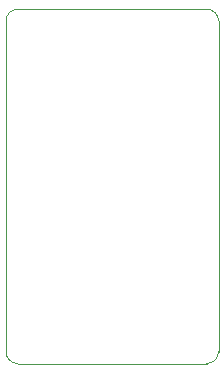
<source format=gm1>
G04 #@! TF.GenerationSoftware,KiCad,Pcbnew,7.0.7*
G04 #@! TF.CreationDate,2023-11-03T11:49:35+08:00*
G04 #@! TF.ProjectId,wago kf141r adapter,7761676f-206b-4663-9134-317220616461,rev?*
G04 #@! TF.SameCoordinates,Original*
G04 #@! TF.FileFunction,Profile,NP*
%FSLAX46Y46*%
G04 Gerber Fmt 4.6, Leading zero omitted, Abs format (unit mm)*
G04 Created by KiCad (PCBNEW 7.0.7) date 2023-11-03 11:49:35*
%MOMM*%
%LPD*%
G01*
G04 APERTURE LIST*
G04 #@! TA.AperFunction,Profile*
%ADD10C,0.100000*%
G04 #@! TD*
G04 APERTURE END LIST*
D10*
X154000000Y-102000000D02*
G75*
G03*
X155000000Y-101000000I0J1000000D01*
G01*
X137000000Y-101000000D02*
G75*
G03*
X138000000Y-102000000I1000000J0D01*
G01*
X155000000Y-73000000D02*
G75*
G03*
X154000000Y-72000000I-1000000J0D01*
G01*
X138000000Y-72000000D02*
G75*
G03*
X137000000Y-73000000I0J-1000000D01*
G01*
X138000000Y-72000000D02*
X154000000Y-72000000D01*
X138000000Y-102000000D02*
X154000000Y-102000000D01*
X137000000Y-73000000D02*
X137000000Y-101000000D01*
X155000000Y-73000000D02*
X155000000Y-101000000D01*
M02*

</source>
